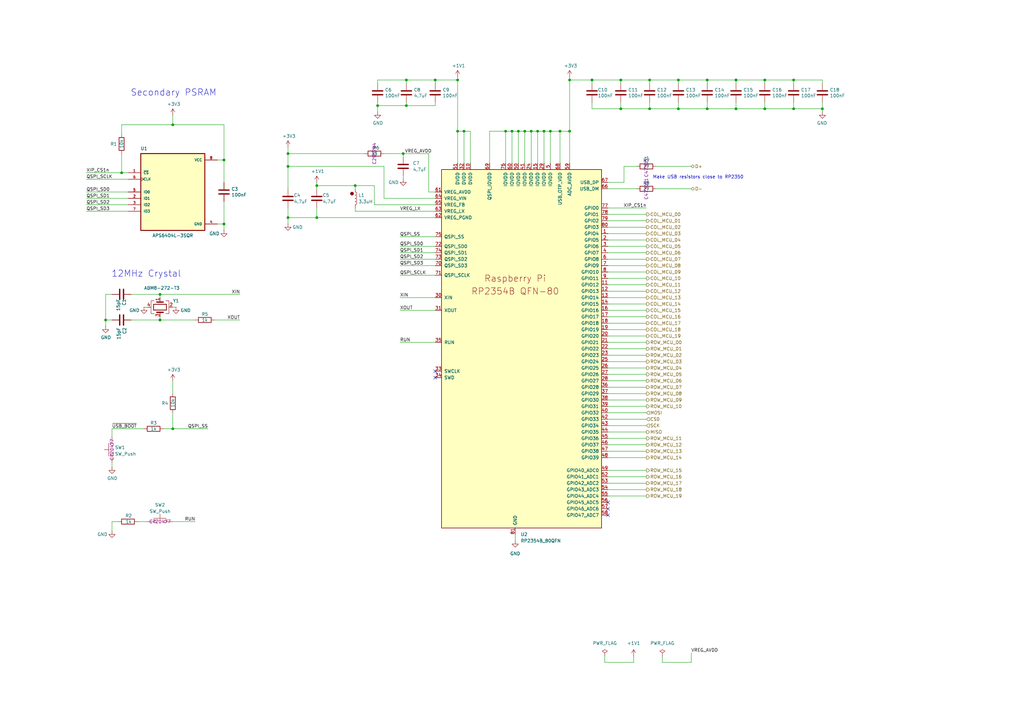
<source format=kicad_sch>
(kicad_sch (version 20250114) (generator "eeschema") (generator_version "9.0")
  (paper "User" 406.4 279.4)
  (lib_symbols
    (symbol "+1V1_1" (power) (pin_numbers (hide yes)) (pin_names (offset 0) (hide yes))
      (property "Value" "+1V1" (at 0 3.556 0))
      (symbol "+1V1_1_0_1"
        (polyline (pts (xy -0.762 1.27) (xy 0 2.54)))
        (polyline (pts (xy 0 2.54) (xy 0.762 1.27)))
        (polyline (pts (xy 0 0) (xy 0 2.54)))
      )
      (symbol "+1V1_1_1_1"
        (pin power_in line (at 0 0 90) (length 0) (name "~") (number "1"))
      )
    )
    (symbol "Device:C" (pin_numbers (hide yes)) (pin_names (offset 0.254))
      (property "Reference" "C" (at 0.635 2.54 0))
      (property "Value" "C" (at 0.635 -2.54 0))
      (symbol "C_0_1"
        (polyline (pts (xy -2.032 0.762) (xy 2.032 0.762)) (stroke (width 0.508)))
        (polyline (pts (xy -2.032 -0.762) (xy 2.032 -0.762)) (stroke (width 0.508)))
      )
      (symbol "C_1_1"
        (pin passive line (at 0 3.81 270) (length 2.794) (name "~") (number "1"))
        (pin passive line (at 0 -3.81 90) (length 2.794) (name "~") (number "2"))
      )
    )
    (symbol "Device:Crystal_GND24" (pin_names (offset 1.016) (hide yes))
      (property "Reference" "Y" (at 3.175 5.08 0))
      (property "Value" "Crystal_GND24" (at 3.175 3.175 0))
      (symbol "Crystal_GND24_0_1"
        (polyline (pts (xy -2.54 2.286) (xy -2.54 3.556) (xy 2.54 3.556) (xy 2.54 2.286)))
        (polyline (pts (xy -2.54 0) (xy -2.032 0)))
        (polyline (pts (xy -2.54 -2.286) (xy -2.54 -3.556) (xy 2.54 -3.556) (xy 2.54 -2.286)))
        (polyline (pts (xy -2.032 -1.27) (xy -2.032 1.27)) (stroke (width 0.508)))
        (rectangle (start -1.143 2.54) (end 1.143 -2.54) (stroke (width 0.3048)))
        (polyline (pts (xy 0 3.556) (xy 0 3.81)))
        (polyline (pts (xy 0 -3.81) (xy 0 -3.556)))
        (polyline (pts (xy 2.032 0) (xy 2.54 0)))
        (polyline (pts (xy 2.032 -1.27) (xy 2.032 1.27)) (stroke (width 0.508)))
      )
      (symbol "Crystal_GND24_1_1"
        (pin passive line (at -3.81 0 0) (length 1.27) (name "1") (number "1"))
        (pin passive line (at 0 5.08 270) (length 1.27) (name "2") (number "2"))
        (pin passive line (at 0 -5.08 90) (length 1.27) (name "4") (number "4"))
        (pin passive line (at 3.81 0 180) (length 1.27) (name "3") (number "3"))
      )
    )
    (symbol "Device:L" (pin_numbers (hide yes)) (pin_names (offset 1.016) (hide yes))
      (property "Reference" "L" (at -1.27 0 90))
      (property "Value" "L" (at 1.905 0 90))
      (symbol "L_0_1"
        (arc (start 0 2.54) (mid 0.6323 1.905) (end 0 1.27))
        (arc (start 0 1.27) (mid 0.6323 0.635) (end 0 0))
        (arc (start 0 0) (mid 0.6323 -0.635) (end 0 -1.27))
        (arc (start 0 -1.27) (mid 0.6323 -1.905) (end 0 -2.54))
      )
      (symbol "L_1_1"
        (pin passive line (at 0 3.81 270) (length 1.27) (name "1") (number "1"))
        (pin passive line (at 0 -3.81 90) (length 1.27) (name "2") (number "2"))
      )
    )
    (symbol "Device:R" (pin_numbers (hide yes)) (pin_names (offset 0))
      (property "Reference" "R" (at 2.032 0 90))
      (property "Value" "R" (at 0 0 90))
      (symbol "R_0_1"
        (rectangle (start -1.016 -2.54) (end 1.016 2.54) (stroke (width 0.254)))
      )
      (symbol "R_1_1"
        (pin passive line (at 0 3.81 270) (length 1.27) (name "~") (number "1"))
        (pin passive line (at 0 -3.81 90) (length 1.27) (name "~") (number "2"))
      )
    )
    (symbol "Switch:SW_Push" (pin_numbers (hide yes)) (pin_names (offset 1.016) (hide yes))
      (property "Reference" "SW" (at 1.27 2.54 0))
      (property "Value" "SW_Push" (at 0 -1.524 0))
      (symbol "SW_Push_0_1"
        (circle (center -2.032 0) (radius 0.508))
        (polyline (pts (xy 0 1.27) (xy 0 3.048)))
        (circle (center 2.032 0) (radius 0.508))
        (polyline (pts (xy 2.54 1.27) (xy -2.54 1.27)))
        (pin passive line (at -5.08 0 0) (length 2.54) (name "1") (number "1"))
        (pin passive line (at 5.08 0 180) (length 2.54) (name "2") (number "2"))
      )
    )
    (symbol "panel_custom:APS6404L-3SQR" (pin_names (offset 1.016))
      (property "Reference" "U" (at -12.7 16.24 0))
      (property "Value" "APS6404L-3SQR" (at -4.572 16.256 0))
      (symbol "APS6404L-3SQR_0_0"
        (rectangle (start -12.7 -15.24) (end 12.7 15.24) (stroke (width 0.41)) (fill (type background)))
        (pin input line (at -17.78 7.62 0) (length 5.08) (name "~{CS}") (number "1"))
        (pin input clock (at -17.78 5.08 0) (length 5.08) (name "CLK") (number "6"))
        (pin bidirectional line (at -17.78 0 0) (length 5.08) (name "IO0") (number "5"))
        (pin bidirectional line (at -17.78 -2.54 0) (length 5.08) (name "IO1") (number "2"))
        (pin bidirectional line (at -17.78 -5.08 0) (length 5.08) (name "IO2") (number "3"))
        (pin bidirectional line (at -17.78 -7.62 0) (length 5.08) (name "IO3") (number "7"))
        (pin power_in line (at 17.78 12.7 180) (length 5.08) (name "VCC") (number "8"))
        (pin power_in line (at 17.78 -12.7 180) (length 5.08) (name "GND") (number "4"))
      )
    )
    (symbol "panel_custom:RP2354B_80QFN" (pin_names (offset 1.016))
      (property "Reference" "U" (at -29.21 49.53 0))
      (property "Value" "RP2354B_80QFN" (at 25.4 -96.52 0))
      (symbol "RP2354B_80QFN_0_0"
        (text "Raspberry Pi" (at 0 5.08 0) (effects (font (size 2.54 2.54))))
      )
      (symbol "RP2354B_80QFN_0_1"
        (rectangle (start -29.21 48.26) (end 34.29 -93.98) (stroke (width 0.254)) (fill (type background)))
      )
      (symbol "RP2354B_80QFN_1_1"
        (text "RP2354B QFN-80" (at 0 0 0) (effects (font (size 2.54 2.54))))
        (pin power_in line (at -31.75 39.37 0) (length 2.54) (name "VREG_AVDD") (number "61"))
        (pin power_in line (at -31.75 36.83 0) (length 2.54) (name "VREG_VIN") (number "64"))
        (pin input line (at -31.75 34.29 0) (length 2.54) (name "VREG_FB") (number "65"))
        (pin power_out line (at -31.75 31.75 0) (length 2.54) (name "VREG_LX") (number "63"))
        (pin power_in line (at -31.75 29.21 0) (length 2.54) (name "VREG_PGND") (number "62"))
        (pin bidirectional line (at -31.75 21.59 0) (length 2.54) (name "QSPI_SS") (number "75"))
        (pin bidirectional line (at -31.75 17.78 0) (length 2.54) (name "QSPI_SD0") (number "72"))
        (pin bidirectional line (at -31.75 15.24 0) (length 2.54) (name "QSPI_SD1") (number "74"))
        (pin bidirectional line (at -31.75 12.7 0) (length 2.54) (name "QSPI_SD2") (number "73"))
        (pin bidirectional line (at -31.75 10.16 0) (length 2.54) (name "QSPI_SD3") (number "70"))
        (pin output line (at -31.75 6.35 0) (length 2.54) (name "QSPI_SCLK") (number "71"))
        (pin input line (at -31.75 -2.54 0) (length 2.54) (name "XIN") (number "30"))
        (pin passive line (at -31.75 -7.62 0) (length 2.54) (name "XOUT") (number "31"))
        (pin input line (at -31.75 -20.32 0) (length 2.54) (name "RUN") (number "35"))
        (pin output line (at -31.75 -31.75 0) (length 2.54) (name "SWCLK") (number "33"))
        (pin bidirectional line (at -31.75 -34.29 0) (length 2.54) (name "SWD") (number "34"))
        (pin power_in line (at -22.86 50.8 270) (length 2.54) (name "DVDD") (number "51"))
        (pin power_in line (at -20.32 50.8 270) (length 2.54) (name "DVDD") (number "32"))
        (pin power_in line (at -17.78 50.8 270) (length 2.54) (name "DVDD") (number "10"))
        (pin power_in line (at -10.16 50.8 270) (length 2.54) (name "QSPI_IOVDD") (number "69"))
        (pin power_in line (at -3.81 50.8 270) (length 2.54) (name "IOVDD") (number "76"))
        (pin power_in line (at -1.27 50.8 270) (length 2.54) (name "IOVDD") (number "60"))
        (pin power_in line (at 0 -96.52 90) (length 2.54) (name "GND") (number "81"))
        (pin power_in line (at 1.27 50.8 270) (length 2.54) (name "IOVDD") (number "50"))
        (pin power_in line (at 3.81 50.8 270) (length 2.54) (name "IOVDD") (number "41"))
        (pin power_in line (at 6.35 50.8 270) (length 2.54) (name "IOVDD") (number "24"))
        (pin power_in line (at 8.89 50.8 270) (length 2.54) (name "IOVDD") (number "15"))
        (pin power_in line (at 11.43 50.8 270) (length 2.54) (name "IOVDD") (number "29"))
        (pin power_in line (at 13.97 50.8 270) (length 2.54) (name "IOVDD") (number "5"))
        (pin power_in line (at 17.78 50.8 270) (length 2.54) (name "USB_OTP_VDD") (number "68"))
        (pin power_in line (at 21.59 50.8 270) (length 2.54) (name "ADC_AVDD") (number "59"))
        (pin bidirectional line (at 36.83 43.18 180) (length 2.54) (name "USB_DP") (number "67"))
        (pin bidirectional line (at 36.83 40.64 180) (length 2.54) (name "USB_DM") (number "66"))
        (pin bidirectional line (at 36.83 33.02 180) (length 2.54) (name "GPIO0") (number "77"))
        (pin bidirectional line (at 36.83 30.48 180) (length 2.54) (name "GPIO1") (number "78"))
        (pin bidirectional line (at 36.83 27.94 180) (length 2.54) (name "GPIO2") (number "79"))
        (pin bidirectional line (at 36.83 25.4 180) (length 2.54) (name "GPIO3") (number "80"))
        (pin bidirectional line (at 36.83 22.86 180) (length 2.54) (name "GPIO4") (number "1"))
        (pin bidirectional line (at 36.83 20.32 180) (length 2.54) (name "GPIO5") (number "2"))
        (pin bidirectional line (at 36.83 17.78 180) (length 2.54) (name "GPIO6") (number "3"))
        (pin bidirectional line (at 36.83 15.24 180) (length 2.54) (name "GPIO7") (number "4"))
        (pin bidirectional line (at 36.83 12.7 180) (length 2.54) (name "GPIO8") (number "6"))
        (pin bidirectional line (at 36.83 10.16 180) (length 2.54) (name "GPIO9") (number "7"))
        (pin bidirectional line (at 36.83 7.62 180) (length 2.54) (name "GPIO10") (number "8"))
        (pin bidirectional line (at 36.83 5.08 180) (length 2.54) (name "GPIO11") (number "9"))
        (pin bidirectional line (at 36.83 2.54 180) (length 2.54) (name "GPIO12") (number "11"))
        (pin bidirectional line (at 36.83 0 180) (length 2.54) (name "GPIO13") (number "12"))
        (pin bidirectional line (at 36.83 -2.54 180) (length 2.54) (name "GPIO14") (number "13"))
        (pin bidirectional line (at 36.83 -5.08 180) (length 2.54) (name "GPIO15") (number "14"))
        (pin bidirectional line (at 36.83 -7.62 180) (length 2.54) (name "GPIO16") (number "16"))
        (pin bidirectional line (at 36.83 -10.16 180) (length 2.54) (name "GPIO17") (number "17"))
        (pin bidirectional line (at 36.83 -12.7 180) (length 2.54) (name "GPIO18") (number "18"))
        (pin bidirectional line (at 36.83 -15.24 180) (length 2.54) (name "GPIO19") (number "19"))
        (pin bidirectional line (at 36.83 -17.78 180) (length 2.54) (name "GPIO20") (number "20"))
        (pin bidirectional line (at 36.83 -20.32 180) (length 2.54) (name "GPIO21") (number "21"))
        (pin bidirectional line (at 36.83 -22.86 180) (length 2.54) (name "GPIO22") (number "22"))
        (pin bidirectional line (at 36.83 -25.4 180) (length 2.54) (name "GPIO23") (number "23"))
        (pin bidirectional line (at 36.83 -27.94 180) (length 2.54) (name "GPIO24") (number "25"))
        (pin bidirectional line (at 36.83 -30.48 180) (length 2.54) (name "GPIO25") (number "26"))
        (pin bidirectional line (at 36.83 -33.02 180) (length 2.54) (name "GPIO26") (number "27"))
        (pin bidirectional line (at 36.83 -35.56 180) (length 2.54) (name "GPIO27") (number "28"))
        (pin bidirectional line (at 36.83 -38.1 180) (length 2.54) (name "GPIO28") (number "36"))
        (pin bidirectional line (at 36.83 -40.64 180) (length 2.54) (name "GPIO29") (number "37"))
        (pin bidirectional line (at 36.83 -43.18 180) (length 2.54) (name "GPIO30") (number "38"))
        (pin bidirectional line (at 36.83 -45.72 180) (length 2.54) (name "GPIO31") (number "39"))
        (pin bidirectional line (at 36.83 -48.26 180) (length 2.54) (name "GPIO32") (number "40"))
        (pin bidirectional line (at 36.83 -50.8 180) (length 2.54) (name "GPIO33") (number "42"))
        (pin bidirectional line (at 36.83 -53.34 180) (length 2.54) (name "GPIO34") (number "43"))
        (pin bidirectional line (at 36.83 -55.88 180) (length 2.54) (name "GPIO35") (number "44"))
        (pin bidirectional line (at 36.83 -58.42 180) (length 2.54) (name "GPIO36") (number "45"))
        (pin bidirectional line (at 36.83 -60.96 180) (length 2.54) (name "GPIO37") (number "46"))
        (pin bidirectional line (at 36.83 -63.5 180) (length 2.54) (name "GPIO38") (number "47"))
        (pin bidirectional line (at 36.83 -66.04 180) (length 2.54) (name "GPIO39") (number "48"))
        (pin bidirectional line (at 36.83 -71.12 180) (length 2.54) (name "GPIO40_ADC0") (number "49"))
        (pin bidirectional line (at 36.83 -73.66 180) (length 2.54) (name "GPIO41_ADC1") (number "52"))
        (pin bidirectional line (at 36.83 -76.2 180) (length 2.54) (name "GPIO42_ADC2") (number "53"))
        (pin bidirectional line (at 36.83 -78.74 180) (length 2.54) (name "GPIO43_ADC3") (number "54"))
        (pin bidirectional line (at 36.83 -81.28 180) (length 2.54) (name "GPIO44_ADC4") (number "55"))
        (pin bidirectional line (at 36.83 -83.82 180) (length 2.54) (name "GPIO45_ADC5") (number "56"))
        (pin bidirectional line (at 36.83 -86.36 180) (length 2.54) (name "GPIO46_ADC6") (number "57"))
        (pin bidirectional line (at 36.83 -88.9 180) (length 2.54) (name "GPIO47_ADC7") (number "58"))
      )
    )
    (symbol "power:+1V1" (power) (pin_numbers (hide yes)) (pin_names (offset 0) (hide yes))
      (property "Value" "+1V1" (at 0 3.556 0))
      (symbol "+1V1_0_1"
        (polyline (pts (xy -0.762 1.27) (xy 0 2.54)))
        (polyline (pts (xy 0 2.54) (xy 0.762 1.27)))
        (polyline (pts (xy 0 0) (xy 0 2.54)))
      )
      (symbol "+1V1_1_1"
        (pin power_in line (at 0 0 90) (length 0) (name "~") (number "1"))
      )
    )
    (symbol "power:+3V3" (power) (pin_numbers (hide yes)) (pin_names (offset 0) (hide yes))
      (property "Value" "+3V3" (at 0 3.556 0))
      (symbol "+3V3_0_1"
        (polyline (pts (xy -0.762 1.27) (xy 0 2.54)))
        (polyline (pts (xy 0 2.54) (xy 0.762 1.27)))
        (polyline (pts (xy 0 0) (xy 0 2.54)))
      )
      (symbol "+3V3_1_1"
        (pin power_in line (at 0 0 90) (length 0) (name "~") (number "1"))
      )
    )
    (symbol "power:GND" (power) (pin_numbers (hide yes)) (pin_names (offset 0) (hide yes))
      (property "Value" "GND" (at 0 -3.81 0))
      (symbol "GND_0_1"
        (polyline (pts (xy 0 0) (xy 0 -1.27) (xy 1.27 -1.27) (xy 0 -2.54) (xy -1.27 -1.27) (xy 0 -1.27)))
      )
      (symbol "GND_1_1"
        (pin power_in line (at 0 0 270) (length 0) (name "~") (number "1"))
      )
    )
    (symbol "power:PWR_FLAG" (power) (pin_numbers (hide yes)) (pin_names (offset 0) (hide yes))
      (property "Value" "PWR_FLAG" (at 0 3.81 0))
      (symbol "PWR_FLAG_0_0"
        (pin power_out line (at 0 0 90) (length 0) (name "~") (number "1"))
      )
      (symbol "PWR_FLAG_0_1"
        (polyline (pts (xy 0 0) (xy 0 1.27) (xy -1.016 1.905) (xy 0 2.54) (xy 1.016 1.905) (xy 0 1.27)))
      )
    )
  )
  (circle (center 139.7 76.835) (radius 0.635) (stroke (width 0) (color 132 0 0 1)) (fill (type color) (color 132 0 0 1)))
  (text "12MHz Crystal" (at 44.196 110.236 0) (effects (font (size 2.54 2.54)) (justify left bottom)))
  (text "Secondary PSRAM" (at 51.816 38.354 0) (effects (font (size 2.54 2.54)) (justify left bottom)))
  (text "Make USB resistors close to RP2350\n" (at 259.08 71.12 0) (effects (font (size 1.27 1.27)) (justify left bottom)))
  (junction (at 125.73 86.36))
  (junction (at 269.24 43.18))
  (junction (at 149.86 41.91))
  (junction (at 222.25 52.07))
  (junction (at 215.9 52.07))
  (junction (at 114.3 60.96))
  (junction (at 48.26 68.58))
  (junction (at 181.61 31.75))
  (junction (at 326.39 43.18))
  (junction (at 140.97 73.66))
  (junction (at 41.91 127))
  (junction (at 257.81 43.18))
  (junction (at 172.72 31.75))
  (junction (at 269.24 31.75))
  (junction (at 292.1 43.18))
  (junction (at 63.5 127))
  (junction (at 184.15 52.07))
  (junction (at 257.81 31.75))
  (junction (at 114.3 86.36))
  (junction (at 200.66 52.07))
  (junction (at 114.3 66.04))
  (junction (at 218.44 52.07))
  (junction (at 213.36 52.07))
  (junction (at 88.9 88.9))
  (junction (at 234.95 31.75))
  (junction (at 303.53 31.75))
  (junction (at 203.2 52.07))
  (junction (at 314.96 31.75))
  (junction (at 160.02 60.96))
  (junction (at 303.53 43.18))
  (junction (at 125.73 73.66))
  (junction (at 246.38 43.18))
  (junction (at 226.06 52.07))
  (junction (at 208.28 52.07))
  (junction (at 161.29 41.91))
  (junction (at 292.1 31.75))
  (junction (at 246.38 31.75))
  (junction (at 68.58 170.18))
  (junction (at 68.58 49.53))
  (junction (at 226.06 31.75))
  (junction (at 88.9 63.5))
  (junction (at 161.29 31.75))
  (junction (at 210.82 52.07))
  (junction (at 205.74 52.07))
  (junction (at 280.67 31.75))
  (junction (at 63.5 116.84))
  (junction (at 181.61 52.07))
  (junction (at 314.96 43.18))
  (junction (at 280.67 43.18))
  (no_connect (at 172.72 147.32))
  (no_connect (at 241.3 201.93))
  (no_connect (at 241.3 204.47))
  (no_connect (at 172.72 149.86))
  (no_connect (at 241.3 199.39))
  (wire (pts (xy 241.3 82.55) (xy 256.54 82.55)))
  (wire (pts (xy 257.81 43.18) (xy 246.38 43.18)))
  (wire (pts (xy 152.4 78.74) (xy 172.72 78.74)))
  (wire (pts (xy 241.3 146.05) (xy 256.54 146.05)))
  (wire (pts (xy 181.61 31.75) (xy 181.61 52.07)))
  (wire (pts (xy 241.3 107.95) (xy 256.54 107.95)))
  (wire (pts (xy 246.38 40.64) (xy 246.38 43.18)))
  (wire (pts (xy 68.58 45.72) (xy 68.58 49.53)))
  (wire (pts (xy 241.3 95.25) (xy 256.54 95.25)))
  (wire (pts (xy 149.86 40.64) (xy 149.86 41.91)))
  (wire (pts (xy 88.9 63.5) (xy 88.9 72.39)))
  (wire (pts (xy 260.35 74.93) (xy 274.32 74.93)))
  (wire (pts (xy 292.1 40.64) (xy 292.1 43.18)))
  (wire (pts (xy 34.29 68.58) (xy 48.26 68.58)))
  (wire (pts (xy 48.26 49.53) (xy 68.58 49.53)))
  (wire (pts (xy 186.69 52.07) (xy 186.69 64.77)))
  (wire (pts (xy 34.29 78.74) (xy 50.8 78.74)))
  (wire (pts (xy 34.29 81.28) (xy 50.8 81.28)))
  (wire (pts (xy 241.3 168.91) (xy 256.54 168.91)))
  (wire (pts (xy 88.9 80.01) (xy 88.9 88.9)))
  (wire (pts (xy 114.3 66.04) (xy 152.4 66.04)))
  (wire (pts (xy 88.9 49.53) (xy 88.9 63.5)))
  (wire (pts (xy 215.9 52.07) (xy 218.44 52.07)))
  (wire (pts (xy 241.3 189.23) (xy 256.54 189.23)))
  (wire (pts (xy 234.95 40.64) (xy 234.95 43.18)))
  (wire (pts (xy 241.3 123.19) (xy 256.54 123.19)))
  (wire (pts (xy 172.72 33.02) (xy 172.72 31.75)))
  (wire (pts (xy 226.06 31.75) (xy 234.95 31.75)))
  (wire (pts (xy 57.15 170.18) (xy 44.45 170.18)))
  (wire (pts (xy 114.3 86.36) (xy 114.3 88.9)))
  (wire (pts (xy 158.75 118.11) (xy 172.72 118.11)))
  (wire (pts (xy 44.45 116.84) (xy 41.91 116.84)))
  (wire (pts (xy 326.39 43.18) (xy 326.39 44.45)))
  (wire (pts (xy 241.3 92.71) (xy 256.54 92.71)))
  (wire (pts (xy 269.24 31.75) (xy 280.67 31.75)))
  (wire (pts (xy 210.82 64.77) (xy 210.82 52.07)))
  (wire (pts (xy 241.3 100.33) (xy 256.54 100.33)))
  (wire (pts (xy 205.74 64.77) (xy 205.74 52.07)))
  (wire (pts (xy 52.07 116.84) (xy 63.5 116.84)))
  (wire (pts (xy 260.35 66.04) (xy 274.32 66.04)))
  (wire (pts (xy 208.28 64.77) (xy 208.28 52.07)))
  (wire (pts (xy 292.1 33.02) (xy 292.1 31.75)))
  (wire (pts (xy 200.66 64.77) (xy 200.66 52.07)))
  (wire (pts (xy 160.02 60.96) (xy 170.18 60.96)))
  (wire (pts (xy 158.75 105.41) (xy 172.72 105.41)))
  (wire (pts (xy 34.29 76.2) (xy 50.8 76.2)))
  (wire (pts (xy 200.66 52.07) (xy 203.2 52.07)))
  (wire (pts (xy 140.97 73.66) (xy 140.97 74.93)))
  (wire (pts (xy 241.3 118.11) (xy 256.54 118.11)))
  (wire (pts (xy 314.96 31.75) (xy 326.39 31.75)))
  (wire (pts (xy 203.2 52.07) (xy 205.74 52.07)))
  (wire (pts (xy 241.3 102.87) (xy 256.54 102.87)))
  (wire (pts (xy 68.58 163.83) (xy 68.58 170.18)))
  (wire (pts (xy 63.5 116.84) (xy 95.25 116.84)))
  (wire (pts (xy 172.72 41.91) (xy 172.72 40.64)))
  (wire (pts (xy 63.5 125.73) (xy 63.5 127)))
  (wire (pts (xy 234.95 31.75) (xy 246.38 31.75)))
  (wire (pts (xy 226.06 31.75) (xy 226.06 52.07)))
  (wire (pts (xy 251.46 262.89) (xy 251.46 260.35)))
  (wire (pts (xy 247.65 66.04) (xy 247.65 72.39)))
  (wire (pts (xy 140.97 83.82) (xy 140.97 82.55)))
  (wire (pts (xy 160.02 71.12) (xy 160.02 69.85)))
  (wire (pts (xy 125.73 82.55) (xy 125.73 86.36)))
  (wire (pts (xy 241.3 173.99) (xy 256.54 173.99)))
  (wire (pts (xy 314.96 40.64) (xy 314.96 43.18)))
  (wire (pts (xy 114.3 82.55) (xy 114.3 86.36)))
  (wire (pts (xy 125.73 86.36) (xy 172.72 86.36)))
  (wire (pts (xy 63.5 127) (xy 77.47 127)))
  (wire (pts (xy 170.18 60.96) (xy 170.18 76.2)))
  (wire (pts (xy 241.3 140.97) (xy 256.54 140.97)))
  (wire (pts (xy 326.39 43.18) (xy 314.96 43.18)))
  (wire (pts (xy 203.2 64.77) (xy 203.2 52.07)))
  (wire (pts (xy 213.36 52.07) (xy 215.9 52.07)))
  (wire (pts (xy 241.3 128.27) (xy 256.54 128.27)))
  (wire (pts (xy 148.59 73.66) (xy 140.97 73.66)))
  (wire (pts (xy 241.3 138.43) (xy 256.54 138.43)))
  (wire (pts (xy 215.9 64.77) (xy 215.9 52.07)))
  (wire (pts (xy 149.86 33.02) (xy 149.86 31.75)))
  (wire (pts (xy 241.3 196.85) (xy 256.54 196.85)))
  (wire (pts (xy 152.4 60.96) (xy 160.02 60.96)))
  (wire (pts (xy 269.24 33.02) (xy 269.24 31.75)))
  (wire (pts (xy 181.61 52.07) (xy 181.61 64.77)))
  (wire (pts (xy 257.81 33.02) (xy 257.81 31.75)))
  (wire (pts (xy 241.3 125.73) (xy 256.54 125.73)))
  (wire (pts (xy 184.15 52.07) (xy 181.61 52.07)))
  (wire (pts (xy 240.03 260.35) (xy 240.03 262.89)))
  (wire (pts (xy 194.31 52.07) (xy 200.66 52.07)))
  (wire (pts (xy 246.38 31.75) (xy 257.81 31.75)))
  (wire (pts (xy 241.3 135.89) (xy 256.54 135.89)))
  (wire (pts (xy 205.74 52.07) (xy 208.28 52.07)))
  (wire (pts (xy 172.72 31.75) (xy 181.61 31.75)))
  (wire (pts (xy 241.3 72.39) (xy 247.65 72.39)))
  (wire (pts (xy 269.24 40.64) (xy 269.24 43.18)))
  (wire (pts (xy 208.28 52.07) (xy 210.82 52.07)))
  (wire (pts (xy 50.8 68.58) (xy 48.26 68.58)))
  (wire (pts (xy 114.3 60.96) (xy 114.3 66.04)))
  (wire (pts (xy 54.61 207.01) (xy 58.42 207.01)))
  (wire (pts (xy 158.75 102.87) (xy 172.72 102.87)))
  (wire (pts (xy 184.15 64.77) (xy 184.15 52.07)))
  (wire (pts (xy 303.53 40.64) (xy 303.53 43.18)))
  (wire (pts (xy 326.39 40.64) (xy 326.39 43.18)))
  (wire (pts (xy 241.3 148.59) (xy 256.54 148.59)))
  (wire (pts (xy 148.59 81.28) (xy 148.59 73.66)))
  (wire (pts (xy 172.72 109.22) (xy 158.75 109.22)))
  (wire (pts (xy 34.29 71.12) (xy 50.8 71.12)))
  (wire (pts (xy 241.3 120.65) (xy 256.54 120.65)))
  (wire (pts (xy 194.31 64.77) (xy 194.31 52.07)))
  (wire (pts (xy 218.44 52.07) (xy 218.44 64.77)))
  (wire (pts (xy 280.67 31.75) (xy 292.1 31.75)))
  (wire (pts (xy 234.95 33.02) (xy 234.95 31.75)))
  (wire (pts (xy 226.06 52.07) (xy 226.06 64.77)))
  (wire (pts (xy 247.65 66.04) (xy 252.73 66.04)))
  (wire (pts (xy 64.77 170.18) (xy 68.58 170.18)))
  (wire (pts (xy 262.89 260.35) (xy 262.89 262.89)))
  (wire (pts (xy 114.3 86.36) (xy 125.73 86.36)))
  (wire (pts (xy 280.67 33.02) (xy 280.67 31.75)))
  (wire (pts (xy 41.91 116.84) (xy 41.91 127)))
  (wire (pts (xy 68.58 207.01) (xy 77.47 207.01)))
  (wire (pts (xy 241.3 171.45) (xy 256.54 171.45)))
  (wire (pts (xy 158.75 100.33) (xy 172.72 100.33)))
  (wire (pts (xy 63.5 118.11) (xy 63.5 116.84)))
  (wire (pts (xy 152.4 66.04) (xy 152.4 78.74)))
  (wire (pts (xy 241.3 130.81) (xy 256.54 130.81)))
  (wire (pts (xy 241.3 186.69) (xy 256.54 186.69)))
  (wire (pts (xy 44.45 183.515) (xy 44.45 185.42)))
  (wire (pts (xy 44.45 170.18) (xy 44.45 173.355)))
  (wire (pts (xy 241.3 191.77) (xy 256.54 191.77)))
  (wire (pts (xy 257.81 40.64) (xy 257.81 43.18)))
  (wire (pts (xy 218.44 52.07) (xy 222.25 52.07)))
  (wire (pts (xy 222.25 52.07) (xy 226.06 52.07)))
  (wire (pts (xy 161.29 40.64) (xy 161.29 41.91)))
  (wire (pts (xy 161.29 31.75) (xy 172.72 31.75)))
  (wire (pts (xy 68.58 121.92) (xy 69.85 121.92)))
  (wire (pts (xy 149.86 41.91) (xy 149.86 44.45)))
  (wire (pts (xy 241.3 105.41) (xy 256.54 105.41)))
  (wire (pts (xy 44.45 127) (xy 41.91 127)))
  (wire (pts (xy 213.36 52.07) (xy 213.36 64.77)))
  (wire (pts (xy 292.1 31.75) (xy 303.53 31.75)))
  (wire (pts (xy 241.3 163.83) (xy 256.54 163.83)))
  (wire (pts (xy 241.3 85.09) (xy 256.54 85.09)))
  (wire (pts (xy 140.97 83.82) (xy 172.72 83.82)))
  (wire (pts (xy 34.29 83.82) (xy 50.8 83.82)))
  (wire (pts (xy 241.3 90.17) (xy 256.54 90.17)))
  (wire (pts (xy 52.07 127) (xy 63.5 127)))
  (wire (pts (xy 125.73 72.39) (xy 125.73 73.66)))
  (wire (pts (xy 44.45 207.01) (xy 44.45 210.82)))
  (wire (pts (xy 88.9 88.9) (xy 86.36 88.9)))
  (wire (pts (xy 303.53 43.18) (xy 292.1 43.18)))
  (wire (pts (xy 114.3 58.42) (xy 114.3 60.96)))
  (wire (pts (xy 48.26 53.34) (xy 48.26 49.53)))
  (wire (pts (xy 241.3 194.31) (xy 256.54 194.31)))
  (wire (pts (xy 241.3 97.79) (xy 256.54 97.79)))
  (wire (pts (xy 158.75 123.19) (xy 172.72 123.19)))
  (wire (pts (xy 226.06 30.48) (xy 226.06 31.75)))
  (wire (pts (xy 326.39 33.02) (xy 326.39 31.75)))
  (wire (pts (xy 280.67 43.18) (xy 269.24 43.18)))
  (wire (pts (xy 158.75 135.89) (xy 172.72 135.89)))
  (wire (pts (xy 160.02 60.96) (xy 160.02 62.23)))
  (wire (pts (xy 125.73 74.93) (xy 125.73 73.66)))
  (wire (pts (xy 262.89 262.89) (xy 274.32 262.89)))
  (wire (pts (xy 125.73 73.66) (xy 140.97 73.66)))
  (wire (pts (xy 158.75 93.98) (xy 172.72 93.98)))
  (wire (pts (xy 170.18 76.2) (xy 172.72 76.2)))
  (wire (pts (xy 241.3 87.63) (xy 256.54 87.63)))
  (wire (pts (xy 241.3 153.67) (xy 256.54 153.67)))
  (wire (pts (xy 41.91 127) (xy 41.91 129.54)))
  (wire (pts (xy 241.3 181.61) (xy 256.54 181.61)))
  (wire (pts (xy 68.58 151.13) (xy 68.58 156.21)))
  (wire (pts (xy 280.67 40.64) (xy 280.67 43.18)))
  (wire (pts (xy 246.38 33.02) (xy 246.38 31.75)))
  (wire (pts (xy 241.3 133.35) (xy 256.54 133.35)))
  (wire (pts (xy 241.3 161.29) (xy 256.54 161.29)))
  (wire (pts (xy 204.47 212.09) (xy 204.47 214.63)))
  (wire (pts (xy 292.1 43.18) (xy 280.67 43.18)))
  (wire (pts (xy 303.53 33.02) (xy 303.53 31.75)))
  (wire (pts (xy 149.86 41.91) (xy 161.29 41.91)))
  (wire (pts (xy 241.3 151.13) (xy 256.54 151.13)))
  (wire (pts (xy 57.15 121.92) (xy 58.42 121.92)))
  (wire (pts (xy 257.81 31.75) (xy 269.24 31.75)))
  (wire (pts (xy 241.3 74.93) (xy 252.73 74.93)))
  (wire (pts (xy 246.38 43.18) (xy 234.95 43.18)))
  (wire (pts (xy 85.09 127) (xy 95.25 127)))
  (wire (pts (xy 241.3 156.21) (xy 256.54 156.21)))
  (wire (pts (xy 241.3 166.37) (xy 256.54 166.37)))
  (wire (pts (xy 274.32 262.89) (xy 274.32 259.08)))
  (wire (pts (xy 222.25 64.77) (xy 222.25 52.07)))
  (wire (pts (xy 210.82 52.07) (xy 213.36 52.07)))
  (wire (pts (xy 88.9 63.5) (xy 86.36 63.5)))
  (wire (pts (xy 114.3 66.04) (xy 114.3 74.93)))
  (wire (pts (xy 241.3 143.51) (xy 256.54 143.51)))
  (wire (pts (xy 241.3 158.75) (xy 256.54 158.75)))
  (wire (pts (xy 88.9 88.9) (xy 88.9 91.44)))
  (wire (pts (xy 161.29 33.02) (xy 161.29 31.75)))
  (wire (pts (xy 240.03 262.89) (xy 251.46 262.89)))
  (wire (pts (xy 46.99 207.01) (xy 44.45 207.01)))
  (wire (pts (xy 303.53 31.75) (xy 314.96 31.75)))
  (wire (pts (xy 149.86 31.75) (xy 161.29 31.75)))
  (wire (pts (xy 181.61 30.48) (xy 181.61 31.75)))
  (wire (pts (xy 269.24 43.18) (xy 257.81 43.18)))
  (wire (pts (xy 68.58 170.18) (xy 82.55 170.18)))
  (wire (pts (xy 184.15 52.07) (xy 186.69 52.07)))
  (wire (pts (xy 161.29 41.91) (xy 172.72 41.91)))
  (wire (pts (xy 314.96 43.18) (xy 303.53 43.18)))
  (wire (pts (xy 158.75 97.79) (xy 172.72 97.79)))
  (wire (pts (xy 172.72 81.28) (xy 148.59 81.28)))
  (wire (pts (xy 68.58 49.53) (xy 88.9 49.53)))
  (wire (pts (xy 241.3 113.03) (xy 256.54 113.03)))
  (wire (pts (xy 241.3 179.07) (xy 256.54 179.07)))
  (wire (pts (xy 48.26 60.96) (xy 48.26 68.58)))
  (wire (pts (xy 314.96 33.02) (xy 314.96 31.75)))
  (wire (pts (xy 241.3 110.49) (xy 256.54 110.49)))
  (wire (pts (xy 241.3 115.57) (xy 256.54 115.57)))
  (wire (pts (xy 114.3 60.96) (xy 144.78 60.96)))
  (wire (pts (xy 241.3 176.53) (xy 256.54 176.53)))
  (label "QSPI_SD2" (at 158.75 102.87 0))
  (label "XIN" (at 95.25 116.84 180))
  (label "QSPI_SS" (at 82.55 170.18 180))
  (label "QSPI_SD3" (at 158.75 105.41 0))
  (label "QSPI_SD0" (at 34.29 76.2 0))
  (label "QSPI_SCLK" (at 34.29 71.12 0))
  (label "XIP_CS1n" (at 34.29 68.58 0))
  (label "VREG_AVDD" (at 274.32 259.08 0))
  (label "QSPI_SS" (at 158.75 93.98 0))
  (label "XIP_CS1n" (at 256.54 82.55 180))
  (label "~{USB_BOOT}" (at 44.45 170.18 0))
  (label "QSPI_SD3" (at 34.29 83.82 0))
  (label "QSPI_SD1" (at 34.29 78.74 0))
  (label "QSPI_SD2" (at 34.29 81.28 0))
  (label "QSPI_SD0" (at 158.75 97.79 0))
  (label "QSPI_SCLK" (at 158.75 109.22 0))
  (label "XOUT" (at 95.25 127 180))
  (label "RUN" (at 158.75 135.89 0))
  (label "RUN" (at 77.47 207.01 180))
  (label "QSPI_SD1" (at 158.75 100.33 0))
  (label "XIN" (at 158.75 118.11 0))
  (label "VREG_AVDD" (at 160.655 60.96 0))
  (label "VREG_LX" (at 158.75 83.82 0))
  (label "XOUT" (at 158.75 123.19 0))
  (hierarchical_label "COL_MCU_00" (shape output) (at 256.54 85.09 0))
  (hierarchical_label "ROW_MCU_06" (shape output) (at 256.54 151.13 0))
  (hierarchical_label "COL_MCU_07" (shape output) (at 256.54 102.87 0))
  (hierarchical_label "COL_MCU_16" (shape output) (at 256.54 125.73 0))
  (hierarchical_label "SCK" (shape input) (at 256.54 168.91 0))
  (hierarchical_label "COL_MCU_12" (shape output) (at 256.54 115.57 0))
  (hierarchical_label "ROW_MCU_05" (shape output) (at 256.54 148.59 0))
  (hierarchical_label "ROW_MCU_17" (shape output) (at 256.54 191.77 0))
  (hierarchical_label "ROW_MCU_07" (shape output) (at 256.54 153.67 0))
  (hierarchical_label "COL_MCU_09" (shape output) (at 256.54 107.95 0))
  (hierarchical_label "COL_MCU_13" (shape output) (at 256.54 118.11 0))
  (hierarchical_label "ROW_MCU_08" (shape output) (at 256.54 156.21 0))
  (hierarchical_label "COL_MCU_04" (shape output) (at 256.54 95.25 0))
  (hierarchical_label "COL_MCU_19" (shape output) (at 256.54 133.35 0))
  (hierarchical_label "ROW_MCU_16" (shape output) (at 256.54 189.23 0))
  (hierarchical_label "D+" (shape bidirectional) (at 274.32 66.04 0))
  (hierarchical_label "ROW_MCU_00" (shape output) (at 256.54 135.89 0))
  (hierarchical_label "COL_MCU_18" (shape output) (at 256.54 130.81 0))
  (hierarchical_label "ROW_MCU_10" (shape output) (at 256.54 161.29 0))
  (hierarchical_label "COL_MCU_10" (shape output) (at 256.54 110.49 0))
  (hierarchical_label "ROW_MCU_12" (shape output) (at 256.54 176.53 0))
  (hierarchical_label "CS0" (shape input) (at 256.54 166.37 0))
  (hierarchical_label "ROW_MCU_03" (shape output) (at 256.54 143.51 0))
  (hierarchical_label "COL_MCU_17" (shape output) (at 256.54 128.27 0))
  (hierarchical_label "MISO" (shape output) (at 256.54 171.45 0))
  (hierarchical_label "ROW_MCU_14" (shape output) (at 256.54 181.61 0))
  (hierarchical_label "COL_MCU_03" (shape output) (at 256.54 92.71 0))
  (hierarchical_label "ROW_MCU_19" (shape output) (at 256.54 196.85 0))
  (hierarchical_label "MOSI" (shape input) (at 256.54 163.83 0))
  (hierarchical_label "COL_MCU_11" (shape output) (at 256.54 113.03 0))
  (hierarchical_label "COL_MCU_06" (shape output) (at 256.54 100.33 0))
  (hierarchical_label "COL_MCU_02" (shape output) (at 256.54 90.17 0))
  (hierarchical_label "ROW_MCU_11" (shape output) (at 256.54 173.99 0))
  (hierarchical_label "ROW_MCU_18" (shape output) (at 256.54 194.31 0))
  (hierarchical_label "COL_MCU_15" (shape output) (at 256.54 123.19 0))
  (hierarchical_label "ROW_MCU_09" (shape output) (at 256.54 158.75 0))
  (hierarchical_label "COL_MCU_01" (shape output) (at 256.54 87.63 0))
  (hierarchical_label "ROW_MCU_15" (shape output) (at 256.54 186.69 0))
  (hierarchical_label "D-" (shape bidirectional) (at 274.32 74.93 0))
  (hierarchical_label "COL_MCU_14" (shape output) (at 256.54 120.65 0))
  (hierarchical_label "ROW_MCU_04" (shape output) (at 256.54 146.05 0))
  (hierarchical_label "ROW_MCU_01" (shape output) (at 256.54 138.43 0))
  (hierarchical_label "COL_MCU_08" (shape output) (at 256.54 105.41 0))
  (hierarchical_label "COL_MCU_05" (shape output) (at 256.54 97.79 0))
  (hierarchical_label "ROW_MCU_13" (shape output) (at 256.54 179.07 0))
  (hierarchical_label "ROW_MCU_02" (shape output) (at 256.54 140.97 0))
  (symbol (lib_id "Device:C") (at 48.26 116.84 270) (unit 1)
    (property "Reference" "C1" (at 49.276 118.618 0) (effects (justify left)))
    (property "Value" "15pF" (at 46.9646 118.618 0) (effects (justify left)))
    (property "Footprint" "Capacitor_SMD:C_0201_0603Metric" (effects (hide yes)))
  )
  (symbol (lib_id "Device:C") (at 48.26 127 270) (unit 1)
    (property "Reference" "C2" (at 49.4284 129.921 0) (effects (justify left)))
    (property "Value" "15pF" (at 47.117 129.921 0) (effects (justify left)))
    (property "Footprint" "Capacitor_SMD:C_0201_0603Metric" (effects (hide yes)))
  )
  (symbol (lib_id "power:GND") (at 41.91 129.54 0) (unit 1)
    (property "Reference" "#PWR04" (effects (hide yes)))
    (property "Value" "GND" (at 42.037 133.9342 0))
  )
  (symbol (lib_id "power:+3V3") (at 226.06 30.48 0) (unit 1)
    (property "Reference" "#PWR019" (effects (hide yes)))
    (property "Value" "+3V3" (at 226.441 26.0858 0))
  )
  (symbol (lib_id "Device:C") (at 257.81 36.83 0) (unit 1)
    (property "Reference" "C12" (at 260.731 35.6616 0) (effects (justify left)))
    (property "Value" "100nF" (at 260.731 37.973 0) (effects (justify left)))
    (property "Footprint" "Capacitor_SMD:C_0201_0603Metric" (effects (hide yes)))
  )
  (symbol (lib_id "Device:C") (at 269.24 36.83 0) (unit 1)
    (property "Reference" "C13" (at 272.161 35.6616 0) (effects (justify left)))
    (property "Value" "100nF" (at 272.161 37.973 0) (effects (justify left)))
    (property "Footprint" "Capacitor_SMD:C_0201_0603Metric" (effects (hide yes)))
  )
  (symbol (lib_id "Device:C") (at 280.67 36.83 0) (unit 1)
    (property "Reference" "C14" (at 283.591 35.6616 0) (effects (justify left)))
    (property "Value" "100nF" (at 283.591 37.973 0) (effects (justify left)))
    (property "Footprint" "Capacitor_SMD:C_0201_0603Metric" (effects (hide yes)))
  )
  (symbol (lib_id "Device:C") (at 292.1 36.83 0) (unit 1)
    (property "Reference" "C15" (at 295.021 35.6616 0) (effects (justify left)))
    (property "Value" "100nF" (at 295.021 37.973 0) (effects (justify left)))
    (property "Footprint" "Capacitor_SMD:C_0201_0603Metric" (effects (hide yes)))
  )
  (symbol (lib_id "Device:C") (at 303.53 36.83 0) (unit 1)
    (property "Reference" "C16" (at 306.451 35.6616 0) (effects (justify left)))
    (property "Value" "100nF" (at 306.451 37.973 0) (effects (justify left)))
    (property "Footprint" "Capacitor_SMD:C_0201_0603Metric" (effects (hide yes)))
  )
  (symbol (lib_id "Device:C") (at 314.96 36.83 0) (unit 1)
    (property "Reference" "C17" (at 317.881 35.6616 0) (effects (justify left)))
    (property "Value" "100nF" (at 317.881 37.973 0) (effects (justify left)))
    (property "Footprint" "Capacitor_SMD:C_0201_0603Metric" (effects (hide yes)))
  )
  (symbol (lib_id "Device:Crystal_GND24") (at 63.5 121.92 270) (unit 1)
    (property "Reference" "Y1" (at 68.58 119.38 90) (effects (justify left)))
    (property "Value" "ABM8-272-T3" (at 57.15 114.3 90) (effects (justify left)))
    (property "Footprint" "Crystal:Crystal_SMD_3225-4Pin_3.2x2.5mm" (effects (hide yes)))
  )
  (symbol (lib_id "power:+3V3") (at 68.58 151.13 0) (unit 1)
    (property "Reference" "#PWR09" (effects (hide yes)))
    (property "Value" "+3V3" (at 68.961 146.7358 0))
  )
  (symbol (lib_id "panel_custom:APS6404L-3SQR") (at 68.58 76.2 0) (unit 1)
    (property "Reference" "U1" (at 57.15 58.928 0))
    (property "Value" "APS6404L-3SQR" (at 68.58 93.472 0))
    (property "Footprint" "panel_custom:flashmem_PSON50P300X200X60-9N" (effects (hide yes)))
  )
  (symbol (lib_id "power:GND") (at 44.45 185.42 0) (unit 1)
    (property "Reference" "#PWR05" (effects (hide yes)))
    (property "Value" "GND" (at 44.577 189.8142 0))
  )
  (symbol (lib_id "Device:C") (at 172.72 36.83 0) (unit 1)
    (property "Reference" "C9" (at 175.641 35.6616 0) (effects (justify left)))
    (property "Value" "100nF" (at 175.641 37.973 0) (effects (justify left)))
    (property "Footprint" "Capacitor_SMD:C_0201_0603Metric" (effects (hide yes)))
  )
  (symbol (lib_id "power:GND") (at 204.47 214.63 0) (unit 1)
    (property "Reference" "#PWR018" (effects (hide yes)))
    (property "Value" "GND" (at 204.47 219.71 0))
    (property "Description" "Power symbol creates a global label with name \"GND\" , ground" (effects (hide yes)))
  )
  (symbol (lib_id "Device:R") (at 256.54 66.04 270) (unit 1)
    (property "Reference" "R7" (at 256.54 63.7286 90))
    (property "Value" "27" (at 256.54 66.04 90))
    (property "Footprint" "Resistor_SMD:R_0201_0603Metric" (effects (hide yes)))
    (property "LCSC Part #" "C473051" (at 256.54 66.04 0))
  )
  (symbol (lib_id "Device:C") (at 246.38 36.83 0) (unit 1)
    (property "Reference" "C11" (at 249.301 35.6616 0) (effects (justify left)))
    (property "Value" "100nF" (at 249.301 37.973 0) (effects (justify left)))
    (property "Footprint" "Capacitor_SMD:C_0201_0603Metric" (effects (hide yes)))
  )
  (symbol (lib_id "Device:C") (at 326.39 36.83 0) (unit 1)
    (property "Reference" "C18" (at 329.311 35.6616 0) (effects (justify left)))
    (property "Value" "100nF" (at 329.311 37.973 0) (effects (justify left)))
    (property "Footprint" "Capacitor_SMD:C_0201_0603Metric" (effects (hide yes)))
  )
  (symbol (lib_name "+1V1_1") (lib_id "power:+1V1") (at 125.73 72.39 0) (unit 1)
    (property "Reference" "#PWR014" (effects (hide yes)))
    (property "Value" "+1V1" (at 126.111 67.9958 0))
  )
  (symbol (lib_id "Switch:SW_Push") (at 63.5 207.01 0) (unit 1)
    (property "Reference" "SW2" (at 63.5 200.3892 0))
    (property "Value" "SW_Push" (at 63.5 202.9261 0))
    (property "Footprint" "panel_custom:TS-1088-AR02016" (effects (hide yes)))
    (property "LCSC Part #" "C720477" (at 63.5 207.01 0))
  )
  (symbol (lib_id "power:GND") (at 88.9 91.44 0) (unit 1)
    (property "Reference" "#PWR011" (effects (hide yes)))
    (property "Value" "GND" (at 85.09 92.71 0))
  )
  (symbol (lib_id "power:GND") (at 57.15 121.92 0) (unit 1)
    (property "Reference" "#PWR07" (effects (hide yes)))
    (property "Value" "GND" (at 53.34 123.19 0))
  )
  (symbol (lib_id "Device:R") (at 68.58 160.02 0) (mirror y) (unit 1)
    (property "Reference" "R4" (at 66.802 160.02 0) (effects (justify left)))
    (property "Value" "10k" (at 68.58 161.798 90) (effects (justify left)))
    (property "Footprint" "Resistor_SMD:R_0201_0603Metric" (effects (hide yes)))
  )
  (symbol (lib_id "power:PWR_FLAG") (at 240.03 260.35 0) (unit 1)
    (property "Reference" "#FLG03" (effects (hide yes)))
    (property "Value" "PWR_FLAG" (at 240.03 255.27 0))
    (property "Description" "Special symbol for telling ERC where power comes from" (effects (hide yes)))
  )
  (symbol (lib_id "Device:C") (at 160.02 66.04 0) (unit 1)
    (property "Reference" "C7" (at 163.83 64.7699 0) (effects (justify left)))
    (property "Value" "4.7uF" (at 163.83 67.3099 0) (effects (justify left)))
    (property "Footprint" "Capacitor_SMD:C_0402_1005Metric" (effects (hide yes)))
  )
  (symbol (lib_id "panel_custom:RP2354B_80QFN") (at 204.47 115.57 0) (unit 1)
    (property "Reference" "U2" (at 206.6133 212.09 0) (effects (justify left)))
    (property "Value" "RP2354B_80QFN" (at 206.6133 214.63 0) (effects (justify left)))
    (property "Footprint" "RP2350_80QFN_minimal:RP2350-QFN-80-1EP_10x10_P0.4mm_EP3.4x3.4mm_ThermalVias" (effects (hide yes)))
  )
  (symbol (lib_id "Device:R") (at 60.96 170.18 270) (unit 1)
    (property "Reference" "R3" (at 60.96 167.8686 90))
    (property "Value" "1k" (at 60.96 170.18 90))
    (property "Footprint" "Resistor_SMD:R_0201_0603Metric" (effects (hide yes)))
  )
  (symbol (lib_id "Device:L") (at 140.97 78.74 0) (unit 1)
    (property "Reference" "L1" (at 142.24 77.4699 0) (effects (justify left)))
    (property "Value" "3.3uH" (at 142.24 80.0099 0) (effects (justify left)))
    (property "Footprint" "RP2350_80QFN_minimal:L_pol_2016" (effects (hide yes)))
  )
  (symbol (lib_id "power:+3V3") (at 68.58 45.72 0) (unit 1)
    (property "Reference" "#PWR08" (effects (hide yes)))
    (property "Value" "+3V3" (at 68.961 41.3258 0))
  )
  (symbol (lib_id "power:GND") (at 114.3 88.9 0) (mirror y) (unit 1)
    (property "Reference" "#PWR013" (effects (hide yes)))
    (property "Value" "GND" (at 118.11 90.17 0))
  )
  (symbol (lib_id "power:+1V1") (at 181.61 30.48 0) (unit 1)
    (property "Reference" "#PWR017" (effects (hide yes)))
    (property "Value" "+1V1" (at 181.991 26.0858 0))
  )
  (symbol (lib_id "Device:C") (at 125.73 78.74 0) (unit 1)
    (property "Reference" "C5" (at 128.016 77.47 0) (effects (justify left)))
    (property "Value" "4.7uF" (at 128.016 80.01 0) (effects (justify left)))
    (property "Footprint" "RP2350_80QFN_minimal:C_0402_1005Metric_small_pads" (effects (hide yes)))
  )
  (symbol (lib_id "Device:R") (at 81.28 127 270) (unit 1)
    (property "Reference" "R5" (at 81.28 124.6886 90))
    (property "Value" "1k" (at 81.28 127 90))
    (property "Footprint" "Resistor_SMD:R_0201_0603Metric" (effects (hide yes)))
  )
  (symbol (lib_id "Device:C") (at 149.86 36.83 0) (unit 1)
    (property "Reference" "C6" (at 152.781 35.6616 0) (effects (justify left)))
    (property "Value" "100nF" (at 152.781 37.973 0) (effects (justify left)))
    (property "Footprint" "Capacitor_SMD:C_0201_0603Metric" (effects (hide yes)))
  )
  (symbol (lib_id "Device:C") (at 88.9 76.2 0) (unit 1)
    (property "Reference" "C3" (at 91.821 75.0316 0) (effects (justify left)))
    (property "Value" "100nF" (at 91.821 77.343 0) (effects (justify left)))
    (property "Footprint" "Capacitor_SMD:C_0201_0603Metric" (effects (hide yes)))
  )
  (symbol (lib_id "Device:C") (at 161.29 36.83 0) (unit 1)
    (property "Reference" "C8" (at 164.211 35.6616 0) (effects (justify left)))
    (property "Value" "4.7uF" (at 164.211 37.973 0) (effects (justify left)))
    (property "Footprint" "Capacitor_SMD:C_0402_1005Metric" (effects (hide yes)))
  )
  (symbol (lib_id "Device:C") (at 234.95 36.83 0) (unit 1)
    (property "Reference" "C10" (at 237.236 35.6616 0) (effects (justify left)))
    (property "Value" "100nF" (at 237.236 37.973 0) (effects (justify left)))
    (property "Footprint" "Capacitor_SMD:C_0201_0603Metric" (effects (hide yes)))
  )
  (symbol (lib_id "Device:R") (at 50.8 207.01 270) (unit 1)
    (property "Reference" "R2" (at 51.054 204.6986 90))
    (property "Value" "1k" (at 51.054 207.01 90))
    (property "Footprint" "Resistor_SMD:R_0201_0603Metric" (effects (hide yes)))
  )
  (symbol (lib_id "Device:R") (at 148.59 60.96 90) (unit 1)
    (property "Reference" "R6" (at 150.622 58.674 90) (effects (justify left)))
    (property "Value" "33" (at 149.86 60.96 90) (effects (justify left)))
    (property "Footprint" "Resistor_SMD:R_0201_0603Metric" (effects (hide yes)))
    (property "LCSC Part #" "C295794" (at 148.59 60.96 0))
  )
  (symbol (lib_id "Switch:SW_Push") (at 44.45 178.435 90) (unit 1)
    (property "Reference" "SW1" (at 45.593 177.6003 90) (effects (justify right)))
    (property "Value" "SW_Push" (at 45.593 180.1372 90) (effects (justify right)))
    (property "Footprint" "panel_custom:TS-1088-AR02016" (effects (hide yes)))
    (property "LCSC Part #" "C720477" (at 44.45 178.435 0))
  )
  (symbol (lib_id "Device:R") (at 256.54 74.93 270) (unit 1)
    (property "Reference" "R8" (at 256.54 72.644 90))
    (property "Value" "27" (at 256.54 74.9554 90))
    (property "Footprint" "Resistor_SMD:R_0201_0603Metric" (effects (hide yes)))
    (property "LCSC Part #" "C473051" (at 256.54 74.93 0))
  )
  (symbol (lib_id "Device:C") (at 114.3 78.74 0) (unit 1)
    (property "Reference" "C4" (at 116.586 77.47 0) (effects (justify left)))
    (property "Value" "4.7uF" (at 116.586 80.01 0) (effects (justify left)))
    (property "Footprint" "RP2350_80QFN_minimal:C_0402_1005Metric_small_pads" (effects (hide yes)))
  )
  (symbol (lib_id "power:GND") (at 326.39 44.45 0) (mirror y) (unit 1)
    (property "Reference" "#PWR020" (effects (hide yes)))
    (property "Value" "GND" (at 326.263 48.8442 0))
  )
  (symbol (lib_id "power:+3V3") (at 114.3 58.42 0) (unit 1)
    (property "Reference" "#PWR012" (effects (hide yes)))
    (property "Value" "+3V3" (at 114.681 54.0258 0))
  )
  (symbol (lib_id "power:GND") (at 149.86 44.45 0) (unit 1)
    (property "Reference" "#PWR015" (effects (hide yes)))
    (property "Value" "GND" (at 149.987 48.8442 0))
  )
  (symbol (lib_id "power:GND") (at 160.02 71.12 0) (unit 1)
    (property "Reference" "#PWR016" (effects (hide yes)))
    (property "Value" "GND" (at 156.21 72.39 0))
  )
  (symbol (lib_id "power:GND") (at 44.45 210.82 0) (unit 1)
    (property "Reference" "#PWR06" (effects (hide yes)))
    (property "Value" "GND" (at 40.64 212.09 0))
  )
  (symbol (lib_id "Device:R") (at 48.26 57.15 0) (mirror y) (unit 1)
    (property "Reference" "R1" (at 46.482 57.15 0) (effects (justify left)))
    (property "Value" "10k" (at 48.26 58.928 90) (effects (justify left)))
    (property "Footprint" "Resistor_SMD:R_0201_0603Metric" (effects (hide yes)))
  )
  (symbol (lib_id "power:+1V1") (at 251.46 260.35 0) (unit 1)
    (property "Reference" "#PWR03" (effects (hide yes)))
    (property "Value" "+1V1" (at 251.46 255.27 0))
    (property "Description" "Power symbol creates a global label with name \"+1V1\"" (effects (hide yes)))
  )
  (symbol (lib_id "power:GND") (at 69.85 121.92 0) (unit 1)
    (property "Reference" "#PWR010" (effects (hide yes)))
    (property "Value" "GND" (at 73.66 123.19 0))
  )
  (symbol (lib_id "power:PWR_FLAG") (at 262.89 260.35 0) (unit 1)
    (property "Reference" "#FLG04" (effects (hide yes)))
    (property "Value" "PWR_FLAG" (at 262.89 255.27 0))
    (property "Description" "Special symbol for telling ERC where power comes from" (effects (hide yes)))
  )
)
</source>
